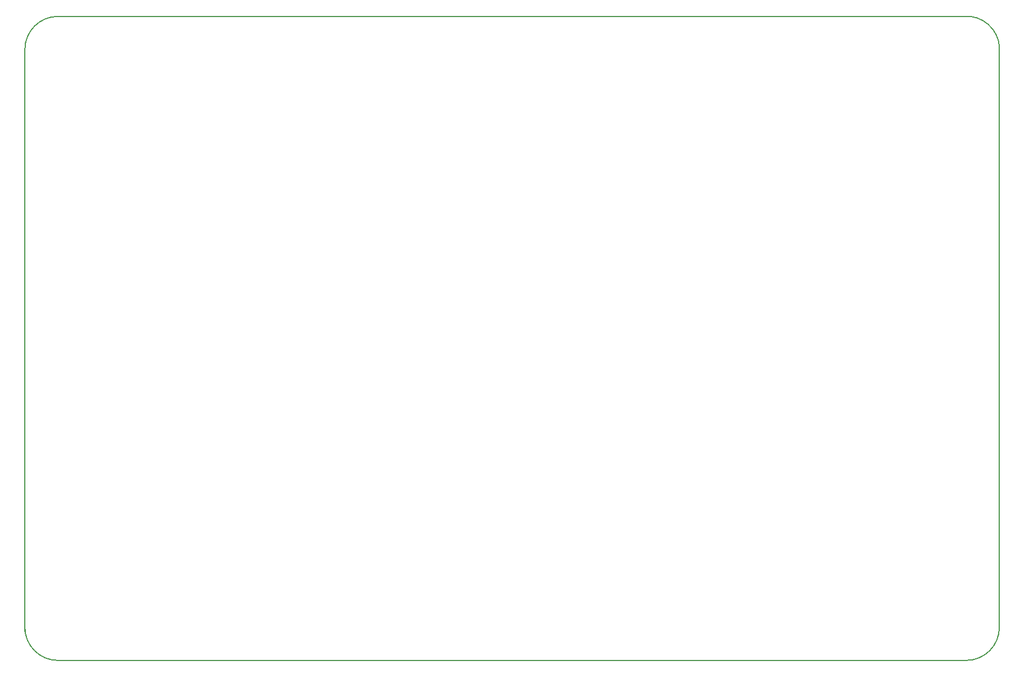
<source format=gm1>
G04 #@! TF.FileFunction,Profile,NP*
%FSLAX46Y46*%
G04 Gerber Fmt 4.6, Leading zero omitted, Abs format (unit mm)*
G04 Created by KiCad (PCBNEW 4.0.7-e2-6376~60~ubuntu17.10.1) date Mon Feb  5 04:30:27 2018*
%MOMM*%
%LPD*%
G01*
G04 APERTURE LIST*
%ADD10C,0.100000*%
%ADD11C,0.150000*%
G04 APERTURE END LIST*
D10*
D11*
X105410000Y-156210000D02*
X245110000Y-156210000D01*
X105410000Y-57150000D02*
X245745000Y-57150000D01*
X250190000Y-62865000D02*
X250190000Y-151130000D01*
X100330000Y-62230000D02*
X100330000Y-151765000D01*
X105410000Y-57150000D02*
G75*
G03X100330000Y-62230000I0J-5080000D01*
G01*
X100330000Y-151130000D02*
G75*
G03X105410000Y-156210000I5080000J0D01*
G01*
X245110000Y-156210000D02*
G75*
G03X250190000Y-151130000I0J5080000D01*
G01*
X250190000Y-62865000D02*
G75*
G03X245745000Y-57150000I-5080000J635000D01*
G01*
M02*

</source>
